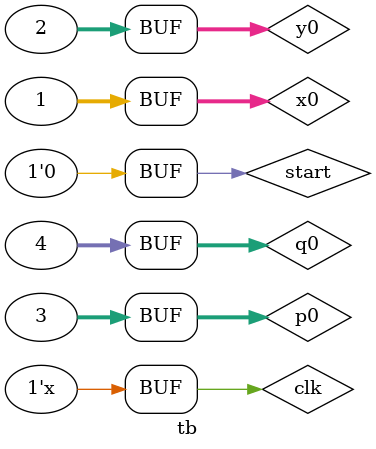
<source format=v>
`timescale 1ns / 1ps

module tb;

	// Inputs
	reg clk =0;
	reg start =1;
	reg [31:0] x0;
	reg [31:0] y0;
	reg [31:0] p0;
	reg [31:0] q0;

	// Outputs
	wire Zi;

	// Instantiate the Unit Under Test (UUT)
	MODIFIED_DUALCLCG_32BIT_USING_CS3A uut (
		.clk(clk), 
		.start(start), 
		.x0(x0), 
		.y0(y0), 
		.p0(p0), 
		.q0(q0), 
		.Zi(Zi)
	);

always #5 clk = !clk ;
	initial begin
		// Initialize Inputs
		#10 start = 0;
		x0 = 1;
		y0 = 2;
		p0 = 3;
		q0 = 4;

		// Wait 100 ns for global reset to finish
		#100;
        
		// Add stimulus here

	end
      
endmodule


</source>
